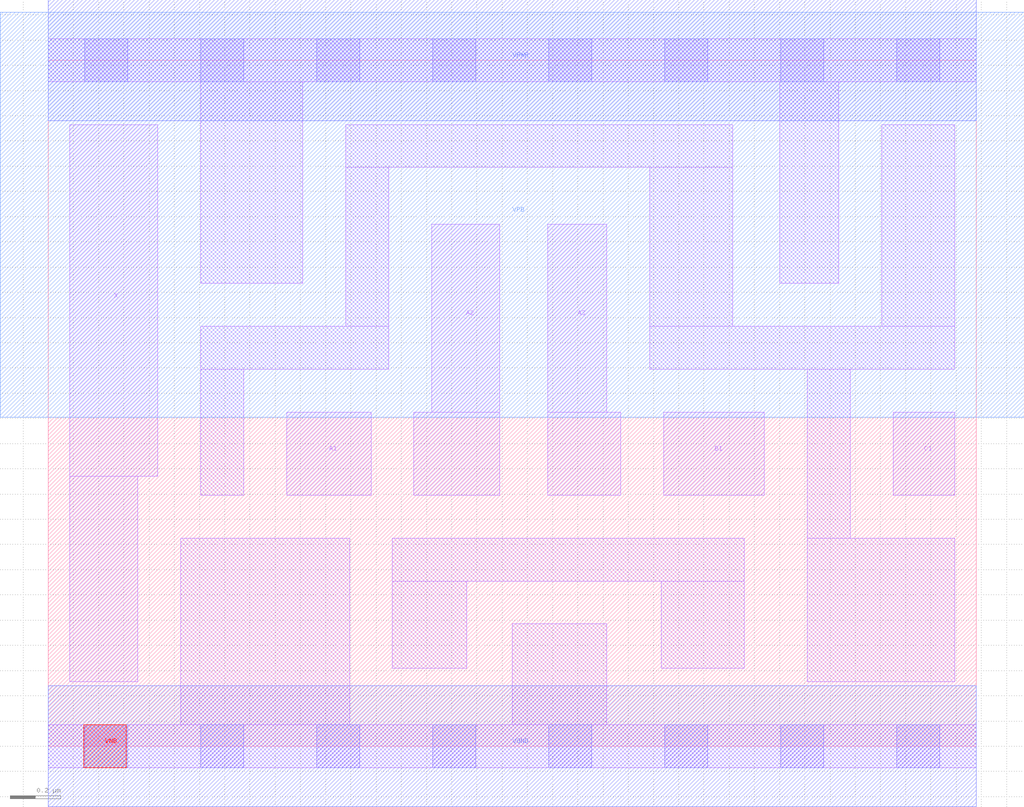
<source format=lef>
# Copyright 2020 The SkyWater PDK Authors
#
# Licensed under the Apache License, Version 2.0 (the "License");
# you may not use this file except in compliance with the License.
# You may obtain a copy of the License at
#
#     https://www.apache.org/licenses/LICENSE-2.0
#
# Unless required by applicable law or agreed to in writing, software
# distributed under the License is distributed on an "AS IS" BASIS,
# WITHOUT WARRANTIES OR CONDITIONS OF ANY KIND, either express or implied.
# See the License for the specific language governing permissions and
# limitations under the License.
#
# SPDX-License-Identifier: Apache-2.0

VERSION 5.7 ;
  NOWIREEXTENSIONATPIN ON ;
  DIVIDERCHAR "/" ;
  BUSBITCHARS "[]" ;
MACRO sky130_fd_sc_hd__o311a_1
  CLASS CORE ;
  FOREIGN sky130_fd_sc_hd__o311a_1 ;
  ORIGIN  0.000000  0.000000 ;
  SIZE  3.680000 BY  2.720000 ;
  SYMMETRY X Y R90 ;
  SITE unithd ;
  PIN A1
    ANTENNAGATEAREA  0.247500 ;
    DIRECTION INPUT ;
    USE SIGNAL ;
    PORT
      LAYER li1 ;
        RECT 0.945000 0.995000 1.280000 1.325000 ;
    END
  END A1
  PIN A2
    ANTENNAGATEAREA  0.247500 ;
    DIRECTION INPUT ;
    USE SIGNAL ;
    PORT
      LAYER li1 ;
        RECT 1.450000 0.995000 1.790000 1.325000 ;
        RECT 1.520000 1.325000 1.790000 2.070000 ;
    END
  END A2
  PIN A3
    ANTENNAGATEAREA  0.247500 ;
    DIRECTION INPUT ;
    USE SIGNAL ;
    PORT
      LAYER li1 ;
        RECT 1.980000 0.995000 2.270000 1.325000 ;
        RECT 1.980000 1.325000 2.215000 2.070000 ;
    END
  END A3
  PIN B1
    ANTENNAGATEAREA  0.247500 ;
    DIRECTION INPUT ;
    USE SIGNAL ;
    PORT
      LAYER li1 ;
        RECT 2.440000 0.995000 2.840000 1.325000 ;
    END
  END B1
  PIN C1
    ANTENNAGATEAREA  0.247500 ;
    DIRECTION INPUT ;
    USE SIGNAL ;
    PORT
      LAYER li1 ;
        RECT 3.350000 0.995000 3.595000 1.325000 ;
    END
  END C1
  PIN X
    ANTENNADIFFAREA  0.429000 ;
    DIRECTION OUTPUT ;
    USE SIGNAL ;
    PORT
      LAYER li1 ;
        RECT 0.085000 0.255000 0.355000 1.070000 ;
        RECT 0.085000 1.070000 0.435000 2.465000 ;
    END
  END X
  PIN VGND
    DIRECTION INOUT ;
    SHAPE ABUTMENT ;
    USE GROUND ;
    PORT
      LAYER met1 ;
        RECT 0.000000 -0.240000 3.680000 0.240000 ;
    END
  END VGND
  PIN VNB
    DIRECTION INOUT ;
    USE GROUND ;
    PORT
      LAYER pwell ;
        RECT 0.140000 -0.085000 0.310000 0.085000 ;
    END
  END VNB
  PIN VPB
    DIRECTION INOUT ;
    USE POWER ;
    PORT
      LAYER nwell ;
        RECT -0.190000 1.305000 3.870000 2.910000 ;
    END
  END VPB
  PIN VPWR
    DIRECTION INOUT ;
    SHAPE ABUTMENT ;
    USE POWER ;
    PORT
      LAYER met1 ;
        RECT 0.000000 2.480000 3.680000 2.960000 ;
    END
  END VPWR
  OBS
    LAYER li1 ;
      RECT 0.000000 -0.085000 3.680000 0.085000 ;
      RECT 0.000000  2.635000 3.680000 2.805000 ;
      RECT 0.525000  0.085000 1.195000 0.825000 ;
      RECT 0.605000  0.995000 0.775000 1.495000 ;
      RECT 0.605000  1.495000 1.350000 1.665000 ;
      RECT 0.605000  1.835000 1.010000 2.635000 ;
      RECT 1.180000  1.665000 1.350000 2.295000 ;
      RECT 1.180000  2.295000 2.715000 2.465000 ;
      RECT 1.365000  0.310000 1.660000 0.655000 ;
      RECT 1.365000  0.655000 2.760000 0.825000 ;
      RECT 1.840000  0.085000 2.215000 0.485000 ;
      RECT 2.385000  1.495000 3.595000 1.665000 ;
      RECT 2.385000  1.665000 2.715000 2.295000 ;
      RECT 2.430000  0.310000 2.760000 0.655000 ;
      RECT 2.900000  1.835000 3.135000 2.635000 ;
      RECT 3.010000  0.255000 3.595000 0.825000 ;
      RECT 3.010000  0.825000 3.180000 1.495000 ;
      RECT 3.305000  1.665000 3.595000 2.465000 ;
    LAYER mcon ;
      RECT 0.145000 -0.085000 0.315000 0.085000 ;
      RECT 0.145000  2.635000 0.315000 2.805000 ;
      RECT 0.605000 -0.085000 0.775000 0.085000 ;
      RECT 0.605000  2.635000 0.775000 2.805000 ;
      RECT 1.065000 -0.085000 1.235000 0.085000 ;
      RECT 1.065000  2.635000 1.235000 2.805000 ;
      RECT 1.525000 -0.085000 1.695000 0.085000 ;
      RECT 1.525000  2.635000 1.695000 2.805000 ;
      RECT 1.985000 -0.085000 2.155000 0.085000 ;
      RECT 1.985000  2.635000 2.155000 2.805000 ;
      RECT 2.445000 -0.085000 2.615000 0.085000 ;
      RECT 2.445000  2.635000 2.615000 2.805000 ;
      RECT 2.905000 -0.085000 3.075000 0.085000 ;
      RECT 2.905000  2.635000 3.075000 2.805000 ;
      RECT 3.365000 -0.085000 3.535000 0.085000 ;
      RECT 3.365000  2.635000 3.535000 2.805000 ;
  END
END sky130_fd_sc_hd__o311a_1
END LIBRARY

</source>
